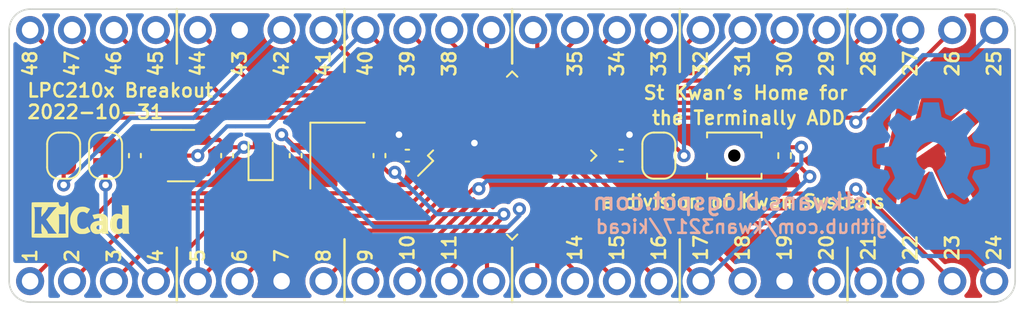
<source format=kicad_pcb>
(kicad_pcb (version 20211014) (generator pcbnew)

  (general
    (thickness 1.6)
  )

  (paper "A4")
  (layers
    (0 "F.Cu" signal)
    (31 "B.Cu" signal)
    (32 "B.Adhes" user "B.Adhesive")
    (33 "F.Adhes" user "F.Adhesive")
    (34 "B.Paste" user)
    (35 "F.Paste" user)
    (36 "B.SilkS" user "B.Silkscreen")
    (37 "F.SilkS" user "F.Silkscreen")
    (38 "B.Mask" user)
    (39 "F.Mask" user)
    (40 "Dwgs.User" user "User.Drawings")
    (41 "Cmts.User" user "User.Comments")
    (42 "Eco1.User" user "User.Eco1")
    (43 "Eco2.User" user "User.Eco2")
    (44 "Edge.Cuts" user)
    (45 "Margin" user)
    (46 "B.CrtYd" user "B.Courtyard")
    (47 "F.CrtYd" user "F.Courtyard")
    (48 "B.Fab" user)
    (49 "F.Fab" user)
    (50 "User.1" user)
    (51 "User.2" user)
    (52 "User.3" user)
    (53 "User.4" user)
    (54 "User.5" user)
    (55 "User.6" user)
    (56 "User.7" user)
    (57 "User.8" user)
    (58 "User.9" user)
  )

  (setup
    (stackup
      (layer "F.SilkS" (type "Top Silk Screen") (color "White"))
      (layer "F.Paste" (type "Top Solder Paste"))
      (layer "F.Mask" (type "Top Solder Mask") (color "Purple") (thickness 0.01))
      (layer "F.Cu" (type "copper") (thickness 0.035))
      (layer "dielectric 1" (type "core") (thickness 1.51) (material "FR4") (epsilon_r 4.5) (loss_tangent 0.02))
      (layer "B.Cu" (type "copper") (thickness 0.035))
      (layer "B.Mask" (type "Bottom Solder Mask") (color "Purple") (thickness 0.01))
      (layer "B.Paste" (type "Bottom Solder Paste"))
      (layer "B.SilkS" (type "Bottom Silk Screen") (color "White"))
      (copper_finish "None")
      (dielectric_constraints no)
    )
    (pad_to_mask_clearance 0)
    (pcbplotparams
      (layerselection 0x00010fc_ffffffff)
      (disableapertmacros false)
      (usegerberextensions false)
      (usegerberattributes true)
      (usegerberadvancedattributes true)
      (creategerberjobfile true)
      (svguseinch false)
      (svgprecision 6)
      (excludeedgelayer true)
      (plotframeref false)
      (viasonmask false)
      (mode 1)
      (useauxorigin false)
      (hpglpennumber 1)
      (hpglpenspeed 20)
      (hpglpendiameter 15.000000)
      (dxfpolygonmode true)
      (dxfimperialunits true)
      (dxfusepcbnewfont true)
      (psnegative false)
      (psa4output false)
      (plotreference true)
      (plotvalue true)
      (plotinvisibletext false)
      (sketchpadsonfab false)
      (subtractmaskfromsilk false)
      (outputformat 1)
      (mirror false)
      (drillshape 1)
      (scaleselection 1)
      (outputdirectory "")
    )
  )

  (net 0 "")
  (net 1 "+1V8")
  (net 2 "GND")
  (net 3 "/P11")
  (net 4 "/P12")
  (net 5 "/P01")
  (net 6 "/P02")
  (net 7 "/P03")
  (net 8 "/P04")
  (net 9 "/P06")
  (net 10 "/P08")
  (net 11 "/P09")
  (net 12 "/P10")
  (net 13 "/P13")
  (net 14 "/P14")
  (net 15 "/P15")
  (net 16 "/P16")
  (net 17 "/P18")
  (net 18 "/P20")
  (net 19 "/P21")
  (net 20 "/P22")
  (net 21 "/P23")
  (net 22 "/P24")
  (net 23 "/P25")
  (net 24 "/P26")
  (net 25 "/P27")
  (net 26 "/P28")
  (net 27 "/P29")
  (net 28 "/P30")
  (net 29 "GNDA")
  (net 30 "/P32")
  (net 31 "/P33")
  (net 32 "/P34")
  (net 33 "/P35")
  (net 34 "/P36")
  (net 35 "/P37")
  (net 36 "/P38")
  (net 37 "/P39")
  (net 38 "/P41")
  (net 39 "/P42")
  (net 40 "/P44")
  (net 41 "/P45")
  (net 42 "/P46")
  (net 43 "/P47")
  (net 44 "/P48")
  (net 45 "unconnected-(U201-Pad4)")
  (net 46 "+3V3")

  (footprint "Package_TO_SOT_SMD:SOT-23-5" (layer "F.Cu") (at 115.824 106.68))

  (footprint "Jumper:SolderJumper-2_P1.3mm_Bridged_RoundedPad1.0x1.5mm" (layer "F.Cu") (at 144.78 106.68 90))

  (footprint "Jumper:SolderJumper-2_P1.3mm_Bridged_RoundedPad1.0x1.5mm" (layer "F.Cu") (at 108.712 106.68 -90))

  (footprint "Capacitor_SMD:C_0402_1005Metric" (layer "F.Cu") (at 118.618 106.68 -90))

  (footprint "Resistor_SMD:R_0402_1005Metric" (layer "F.Cu") (at 152.4 106.68 -90))

  (footprint "Capacitor_SMD:C_0402_1005Metric" (layer "F.Cu") (at 122.77 106.68 90))

  (footprint "Crystal:Crystal_SMD_Abracon_ABM8G-4Pin_3.2x2.5mm" (layer "F.Cu") (at 125.31 106.68 -90))

  (footprint "KwanSystems:SW_SPST_B3U-1000P-B" (layer "F.Cu") (at 149.352 106.68))

  (footprint "Capacitor_SMD:C_0402_1005Metric" (layer "F.Cu") (at 129.54 106.68 180))

  (footprint "Jumper:SolderJumper-2_P1.3mm_Bridged_RoundedPad1.0x1.5mm" (layer "F.Cu") (at 111.252 106.68 -90))

  (footprint "KwanSystems:StKwansSoldermask" (layer "F.Cu") (at 161.29 106.68))

  (footprint "Package_QFP:LQFP-48_7x7mm_P0.5mm" (layer "F.Cu") (at 135.89 106.68 45))

  (footprint "Capacitor_SMD:C_0402_1005Metric" (layer "F.Cu") (at 113.03 106.68 -90))

  (footprint "LED_SMD:LED_0603_1608Metric" (layer "F.Cu") (at 120.65 106.68 90))

  (footprint "Capacitor_SMD:C_0402_1005Metric" (layer "F.Cu") (at 142.494 106.68))

  (footprint "KwanSystems:Symbol_KiCAD-Logo_CopperAndSilkScreenTop_small" (layer "F.Cu") (at 109.728 110.49))

  (footprint "Capacitor_SMD:C_0402_1005Metric" (layer "F.Cu") (at 127.85 106.68 -90))

  (footprint "KwanSystems:OSHW-Symbol_6.7x6mm_SolderMask" (layer "B.Cu") (at 161.29 106.426 180))

  (footprint "Connector_PinHeader_2.54mm:PinHeader_1x24_P2.54mm_Vertical" (layer "B.Cu") (at 106.68 114.3 -90))

  (footprint "Connector_PinHeader_2.54mm:PinHeader_1x24_P2.54mm_Vertical" (layer "B.Cu") (at 165.1 99.06 90))

  (gr_line (start 125.73 97.79) (end 125.73 101.6) (layer "F.SilkS") (width 0.15) (tstamp 0aa49690-4a5c-435e-bd2e-a81300cd8e23))
  (gr_line (start 135.89 97.79) (end 135.89 101.092) (layer "F.SilkS") (width 0.15) (tstamp 0c71ab3f-1c7e-4580-abfe-adfa0f70168d))
  (gr_line (start 125.73 115.57) (end 125.73 111.76) (layer "F.SilkS") (width 0.15) (tstamp 248ccb71-7135-418a-acf9-8c190fef62e3))
  (gr_line (start 156.21 97.79) (end 156.21 101.092) (layer "F.SilkS") (width 0.15) (tstamp 31cd3edf-db8e-43e6-bd5f-fcd8fd54dbda))
  (gr_line (start 115.57 115.57) (end 115.57 112.268) (layer "F.SilkS") (width 0.15) (tstamp 345f31ce-d7f6-439e-a747-ddb12e2e4af8))
  (gr_line (start 146.05 115.57) (end 146.05 111.76) (layer "F.SilkS") (width 0.15) (tstamp 4a043b22-e2f7-410d-bf77-569201a7fa2f))
  (gr_line (start 115.57 97.79) (end 115.57 101.092) (layer "F.SilkS") (width 0.15) (tstamp 75ce78a3-d2f3-4ad2-a594-23fca4e05710))
  (gr_line (start 156.21 115.57) (end 156.21 112.268) (layer "F.SilkS") (width 0.15) (tstamp 7c639281-905a-44e1-a431-cb7291c1afaa))
  (gr_line (start 146.05 97.79) (end 146.05 101.6) (layer "F.SilkS") (width 0.15) (tstamp 82af2ae8-d452-40d8-a941-6edd6e945ed8))
  (gr_line (start 135.89 115.57) (end 135.89 112.268) (layer "F.SilkS") (width 0.15) (tstamp 9d974814-c747-4a02-89e2-3030a2e64076))
  (gr_arc (start 165.1 97.79) (mid 165.998026 98.161974) (end 166.37 99.06) (layer "Edge.Cuts") (width 0.1) (tstamp 10740f8c-75c1-42a3-a3d0-e77488b44d7c))
  (gr_arc (start 105.41 99.06) (mid 105.781974 98.161974) (end 106.68 97.79) (layer "Edge.Cuts") (width 0.1) (tstamp 235bd1de-6da4-4074-9873-eb3a84468c79))
  (gr_line (start 166.37 99.06) (end 166.37 114.3) (layer "Edge.Cuts") (width 0.1) (tstamp 519ee8b8-46ec-4a28-bd98-8ba99b222785))
  (gr_arc (start 166.37 114.3) (mid 165.998026 115.198026) (end 165.1 115.57) (layer "Edge.Cuts") (width 0.1) (tstamp 67ecef5c-d477-41ed-9a41-8459aa9d72bb))
  (gr_arc (start 106.68 115.57) (mid 105.781974 115.198026) (end 105.41 114.3) (layer "Edge.Cuts") (width 0.1) (tstamp 680bbe4f-c717-4e82-9f92-9da5196d4c28))
  (gr_line (start 165.1 115.57) (end 106.68 115.57) (layer "Edge.Cuts") (width 0.1) (tstamp 94f10a1d-a813-411c-a3f0-1b1616779bea))
  (gr_line (start 105.41 114.3) (end 105.41 99.06) (layer "Edge.Cuts") (width 0.1) (tstamp d238924f-9f90-42a5-b074-7dd0ab0600d6))
  (gr_line (start 106.68 97.79) (end 165.1 97.79) (layer "Edge.Cuts") (width 0.1) (tstamp f29b9b13-86e2-4565-b50f-35ffc61a337b))
  (gr_text "23" (at 162.56 112.268 90) (layer "F.SilkS") (tstamp 038d0d3d-2b04-4038-8590-df60043da60d)
    (effects (font (size 0.8128 0.8128) (thickness 0.1524)))
  )
  (gr_text "10" (at 129.54 112.268 90) (layer "F.SilkS") (tstamp 047dfdbb-8c3d-4dd3-8ca5-ac3cee026e05)
    (effects (font (size 0.8128 0.8128) (thickness 0.1524)))
  )
  (gr_text "47" (at 109.22 101.092 90) (layer "F.SilkS") (tstamp 07e0d8e3-806e-4986-95ff-fd3e17ec11f2)
    (effects (font (size 0.8128 0.8128) (thickness 0.1524)))
  )
  (gr_text "28" (at 157.48 101.092 90) (layer "F.SilkS") (tstamp 083e81da-7331-4e8c-a9da-ba0deb1aa30e)
    (effects (font (size 0.8128 0.8128) (thickness 0.1524)))
  )
  (gr_text "27" (at 160.02 101.092 90) (layer "F.SilkS") (tstamp 1a9460b5-b464-4b54-ab7e-f48f1b7095bc)
    (effects (font (size 0.8128 0.8128) (thickness 0.1524)))
  )
  (gr_text "26" (at 162.56 101.092 90) (layer "F.SilkS") (tstamp 1a95694f-ce34-4d44-bb68-03d5e67400a1)
    (effects (font (size 0.8128 0.8128) (thickness 0.1524)))
  )
  (gr_text "18" (at 149.86 112.268 90) (layer "F.SilkS") (tstamp 1df45ba8-1855-4d48-ae47-c1c48f096266)
    (effects (font (size 0.8128 0.8128) (thickness 0.1524)))
  )
  (gr_text "16" (at 144.78 112.268 90) (layer "F.SilkS") (tstamp 21524125-5b3f-4242-95f5-f9cfa0a61b4a)
    (effects (font (size 0.8128 0.8128) (thickness 0.1524)))
  )
  (gr_text "22" (at 160.02 112.268 90) (layer "F.SilkS") (tstamp 2bd0e119-80a8-4734-8bcc-d6a7edcd2a42)
    (effects (font (size 0.8128 0.8128) (thickness 0.1524)))
  )
  (gr_text "3" (at 111.76 112.268 90) (layer "F.SilkS") (tstamp 2d9398e3-d669-418a-acdc-c33a050f67a9)
    (effects (font (size 0.8128 0.8128) (thickness 0.1524)) (justify right))
  )
  (gr_text "LPC210x Breakout\n2022-10-31" (at 106.426 103.378) (layer "F.SilkS") (tstamp 300f4694-11f1-42e1-a6ee-4e22a4189bf7)
    (effects (font (size 0.8128 0.8128) (thickness 0.1524)) (justify left))
  )
  (gr_text "15" (at 142.24 112.268 90) (layer "F.SilkS") (tstamp 3ef9dc25-ad7b-4e8a-a261-7412e9ca3567)
    (effects (font (size 0.8128 0.8128) (thickness 0.1524)))
  )
  (gr_text "32" (at 147.32 101.092 90) (layer "F.SilkS") (tstamp 409af14a-bef8-4907-ad9f-238c827ebba0)
    (effects (font (size 0.8128 0.8128) (thickness 0.1524)))
  )
  (gr_text "43" (at 119.38 101.092 90) (layer "F.SilkS") (tstamp 41b8a5a8-c21a-4b32-9c3b-4408b5a54e47)
    (effects (font (size 0.8128 0.8128) (thickness 0.1524)))
  )
  (gr_text "20" (at 154.94 112.268 90) (layer "F.SilkS") (tstamp 437f0b86-3dea-453d-90e3-598cbc6634d8)
    (effects (font (size 0.8128 0.8128) (thickness 0.1524)))
  )
  (gr_text "34" (at 142.24 101.092 90) (layer "F.SilkS") (tstamp 4499b4e7-2a85-4683-908a-690011535d2b)
    (effects (font (size 0.8128 0.8128) (thickness 0.1524)))
  )
  (gr_text "38" (at 132.08 101.092 90) (layer "F.SilkS") (tstamp 464555bc-731d-461e-9837-603aecf5d42f)
    (effects (font (size 0.8128 0.8128) (thickness 0.1524)))
  )
  (gr_text "1" (at 106.68 112.268 90) (layer "F.SilkS") (tstamp 46e5d4d6-1782-4042-91c2-dca00af53d21)
    (effects (font (size 0.8128 0.8128) (thickness 0.1524)) (justify right))
  )
  (gr_text "29" (at 154.94 101.092 90) (layer "F.SilkS") (tstamp 4a541f4e-a979-43f0-8d8d-49cbf6941711)
    (effects (font (size 0.8128 0.8128) (thickness 0.1524)))
  )
  (gr_text "35" (at 139.7 101.092 90) (layer "F.SilkS") (tstamp 4ef5a4d0-ad53-48d2-af28-76ce5978079a)
    (effects (font (size 0.8128 0.8128) (thickness 0.1524)))
  )
  (gr_text "6" (at 119.38 112.268 90) (layer "F.SilkS") (tstamp 5ae46692-9f5e-43fd-bb80-6250b5c6d072)
    (effects (font (size 0.8128 0.8128) (thickness 0.1524)) (justify right))
  )
  (gr_text "9" (at 127 112.268 90) (layer "F.SilkS") (tstamp 5d8741a8-4e36-4465-8281-fb51624d33c3)
    (effects (font (size 0.8128 0.8128) (thickness 0.1524)) (justify right))
  )
  (gr_text "19" (at 152.4 112.268 90) (layer "F.SilkS") (tstamp 5fdf575a-45bb-4236-aef1-70e2cd277a0f)
    (effects (font (size 0.8128 0.8128) (thickness 0.1524)))
  )
  (gr_text "21" (at 157.48 112.268 90) (layer "F.SilkS") (tstamp 624438b0-d35b-4709-9e2c-d2a89642c5ac)
    (effects (font (size 0.8128 0.8128) (thickness 0.1524)))
  )
  (gr_text "42" (at 121.92 101.092 90) (layer "F.SilkS") (tstamp 66c999b5-85b6-4e5d-ac24-d3403ca81dce)
    (effects (font (size 0.8128 0.8128) (thickness 0.1524)))
  )
  (gr_text "39" (at 129.54 101.092 90) (layer "F.SilkS") (tstamp 78bcf7b8-9922-4676-b8c6-7542d7c3e948)
    (effects (font (size 0.8128 0.8128) (thickness 0.1524)))
  )
  (gr_text "44" (at 116.84 101.092 90) (layer "F.SilkS") (tstamp 7d56da4d-1991-4005-a8dd-d490ac6cb8b1)
    (effects (font (size 0.8128 0.8128) (thickness 0.1524)))
  )
  (gr_text "7" (at 121.92 112.268 90) (layer "F.SilkS") (tstamp 7f37bf2e-70d7-455e-a594-36656e92673d)
    (effects (font (size 0.8128 0.8128) (thickness 0.1524)) (justify right))
  )
  (gr_text "46" (at 111.76 101.092 90) (layer "F.SilkS") (tstamp 83e27dc7-e4d0-4921-b51a-2325f806d15c)
    (effects (font (size 0.8128 0.8128) (thickness 0.1524)))
  )
  (gr_text "48" (at 106.68 101.092 90) (layer "F.SilkS") (tstamp 84793972-b3d4-4444-a148-1d0d15f25294)
    (effects (font (size 0.8128 0.8128) (thickness 0.1524)))
  )
  (gr_text "4" (at 114.3 112.268 90) (layer "F.SilkS") (tstamp 88e70846-91b0-45b5-aba4-c58feff14bdb)
    (effects (font (size 0.8128 0.8128) (thickness 0.1524)) (justify right))
  )
  (gr_text "30" (at 152.4 101.092 90) (layer "F.SilkS") (tstamp 8f37eaac-56c1-43e0-97e9-77ff22e5ee23)
    (effects (font (size 0.8128 0.8128) (thickness 0.1524)))
  )
  (gr_text "25" (at 165.1 101.092 90) (layer "F.SilkS") (tstamp 92fff3b6-f2b3-49dd-a67b-aacee814a5d7)
    (effects (font (size 0.8128 0.8128) (thickness 0.1524)))
  )
  (gr_text "11" (at 132.08 112.268 90) (layer "F.SilkS") (tstamp 96460cb9-06ca-4a43-9f6e-ef9596921bb4)
    (effects (font (size 0.8128 0.8128) (thickness 0.1524)))
  )
  (gr_text "33" (at 144.78 101.092 90) (layer "F.SilkS") (tstamp 97db6a50-13e3-413d-9acf-2fc221f1dbcb)
    (effects (font (size 0.8128 0.8128) (thickness 0.1524)))
  )
  (gr_text "2" (at 109.22 112.268 90) (layer "F.SilkS") (tstamp b8179356-41b3-4bbb-af90-c054b85dff9a)
    (effects (font (size 0.8128 0.8128) (thickness 0.1524)) (justify right))
  )
  (gr_text "5" (at 116.84 112.268 90) (layer "F.SilkS") (tstamp ba3d6571-d9e6-4c3b-8e7a-72b492f23276)
    (effects (font (size 0.8128 0.8128) (thickness 0.1524)) (justify right))
  )
  (gr_text "24" (at 165.1 112.268 90) (layer "F.SilkS") (tstamp be1f6c01-ca0b-44a5-90e8-95f401f6012f)
    (effects (font (size 0.8128 0.8128) (thickness 0.1524)))
  )
  (gr_text "14" (at 139.7 112.268 90) (layer "F.SilkS") (tstamp be350852-ccd1-4c39-88de-3b22f738e16a)
    (effects (font (size 0.8128 0.8128) (thickness 0.1524)))
  )
  (gr_text "31" (at 149.86 101.092 90) (layer "F.SilkS") (tstamp d069a250-393a-4ea6-b08b-0b02a7d41fa3)
    (effects (font (size 0.8128 0.8128) (thickness 0.1524)))
  )
  (gr_text "8" (at 124.46 112.268 90) (layer "F.SilkS") (tstamp dcad84f9-c112-4c6f-b2ea-334dd07970b9)
    (effects (font (size 0.8128 0.8128) (thickness 0.1524)) (justify right))
  )
  (gr_text "41" (at 124.46 101.092 90) (layer "F.SilkS") (tstamp ef321f58-130e-4d22-bcc8-7f51c3adf55d)
    (effects (font (size 0.8128 0.8128) (thickness 0.1524)))
  )
  (gr_text "45" (at 114.3 101.092 90) (layer "F.SilkS") (tstamp f0990d56-5002-4a0d-ba05-71151d1ffe5b)
    (effects (font (size 0.8128 0.8128) (thickness 0.1524)))
  )
  (gr_text "40" (at 127 101.092 90) (layer "F.SilkS") (tstamp f2ccf428-722b-4b6e-928d-aac094676f5d)
    (effects (font (size 0.8128 0.8128) (thickness 0.1524)))
  )
  (gr_text "17" (at 147.32 112.268 90) (layer "F.SilkS") (tstamp f683e4cd-fa42-4581-8086-49e79f34158e)
    (effects (font (size 0.8128 0.8128) (thickness 0.1524)))
  )

  (segment (start 116.9615 105.73) (end 118.148 105.73) (width 0.25) (layer "F.Cu") (net 1) (tstamp 0614ff92-6e4c-4e5b-9245-26784b87f82d))
  (segment (start 132.416338 109.093002) (end 130.72694 110.7824) (width 0.25) (layer "F.Cu") (net 1) (tstamp 0cfe970b-9578-41a7-a73e-328680d68aea))
  (segment (start 118.646 106.172) (end 118.618 106.2) (width 0.25) (layer "F.Cu") (net 1) (tstamp 2a9cd855-962a-4a5f-87c7-fe9990ffdffe))
  (segment (start 130.72694 110.7824) (end 120.3576 110.7824) (width 0.25) (layer "F.Cu") (net 1) (tstamp 65c20070-3b85-4fec-a7b9-9bf514c08121))
  (segment (start 132.983795 108.525545) (end 132.983795 108.091795) (width 0.25) (layer "F.Cu") (net 1) (tstamp 667c0577-6af7-47ba-8e6d-f1da6f9825df))
  (segment (start 132.983795 108.091795) (end 131.572 106.68) (width 0.25) (layer "F.Cu") (net 1) (tstamp 9b6c2cec-a0ae-45f2-9100-915244cd8aad))
  (segment (start 119.634 106.172) (end 118.646 106.172) (width 0.25) (layer "F.Cu") (net 1) (tstamp b8636053-04fc-4b84-b9e8-bef7cd09e06f))
  (segment (start 119.634 106.172) (end 120.3705 106.172) (width 0.25) (layer "F.Cu") (net 1) (tstamp d9c0f4c5-29c0-4b4d-88ea-2d4d84fbe0d5))
  (segment (start 120.3576 110.7824) (end 116.84 114.3) (width 0.25) (layer "F.Cu") (net 1) (tstamp dafc59ad-0d94-420c-a77b-677eb6ae09a2))
  (segment (start 120.3705 106.172) (end 120.65 105.8925) (width 0.25) (layer "F.Cu") (net 1) (tstamp e24a10b4-9782-4435-b1d6-1c729ae23341))
  (segment (start 118.148 105.73) (end 118.618 106.2) (width 0.25) (layer "F.Cu") (net 1) (tstamp e2ef45df-3a23-4ee6-9926-fe32d1170cdf))
  (segment (start 131.572 106.68) (end 130.02 106.68) (width 0.25) (layer "F.Cu") (net 1) (tstamp f1f62bee-52a0-4106-ae2c-4947a2e886ea))
  (segment (start 132.416338 109.093002) (end 132.983795 108.525545) (width 0.25) (layer "F.Cu") (net 1) (tstamp faf0deee-fe7e-45c8-8559-1ce9bb9ca40c))
  (via (at 119.634 106.172) (size 0.8) (drill 0.4) (layers "F.Cu" "B.Cu") (net 1) (tstamp 58edae07-67cc-401c-ad34-5c240bc47edc))
  (segment (start 116.84 108.966) (end 119.634 106.172) (width 0.25) (layer "B.Cu") (net 1) (tstamp 4829e123-18e1-444d-bf8a-037e21de5234))
  (segment (start 116.84 114.3) (end 116.84 108.966) (width 0.25) (layer "B.Cu") (net 1) (tstamp 702351dc-b35c-4201-a587-8abc136634f3))
  (segment (start 139.010109 109.446555) (end 140.795474 111.23192) (width 0.25) (layer "F.Cu") (net 2) (tstamp 08226cc2-9649-4017-922e-e52f499504b6))
  (segment (start 130.984526 102.12808) (end 122.44808 102.12808) (width 0.25) (layer "F.Cu") (net 2) (tstamp 0b041f6d-d485-45ff-9e24-7bc9df94f9b9))
  (segment (start 124.53856 111.68144) (end 121.92 114.3) (width 0.25) (layer "F.Cu") (net 2) (tstamp 29e416cf-4631-4d6b-9671-40fd82ea04c6))
  (segment (start 122.44808 102.12808) (end 119.38 99.06) (width 0.25) (layer "F.Cu") (net 2) (tstamp 2dd28309-90df-4720-8f73-9f115d3773b6))
  (segment (start 149.33192 111.23192) (end 152.4 114.3) (width 0.25) (layer "F.Cu") (net 2) (tstamp 516add80-cbeb-416d-9097-eac10f50f2c4))
  (segment (start 140.795474 111.23192) (end 149.33192 111.23192) (width 0.25) (layer "F.Cu") (net 2) (tstamp 5d06a177-ce8c-4394-9ce3-e01c7d2bef8f))
  (segment (start 132.769891 103.913445) (end 130.984526 102.12808) (width 0.25) (layer "F.Cu") (net 2) (tstamp 669c272e-0c77-4622-a424-20943b41abc7))
  (segment (start 133.123445 109.800109) (end 131.242114 111.68144) (width 0.25) (layer "F.Cu") (net 2) (tstamp 8696f39e-b815-488b-9711-d1312caef840))
  (segment (start 129.06 105.438) (end 129.032 105.41) (width 0.25) (layer "F.Cu") (net 2) (tstamp 9e663e4a-4f4c-47dd-8258-82c7fc38549f))
  (segment (start 131.242114 111.68144) (end 124.53856 111.68144) (width 0.25) (layer "F.Cu") (net 2) (tstamp c13819dd-8982-412f-b92b-bc43fe7e8eb7))
  (via (at 129.032 105.41) (size 0.8) (drill 0.4) (layers "F.Cu" "B.Cu") (net 2) (tstamp c77ff0c0-8b3e-4b8f-90d2-4655f02abbd5))
  (via (at 143.002 105.41) (size 0.8) (drill 0.4) (layers "F.Cu" "B.Cu") (net 2) (tstamp cf5f4d10-66d5-4ffb-9714-0a34f4394ebc))
  (via (at 133.604 105.918) (size 0.8) (drill 0.4) (layers "F.Cu" "B.Cu") (net 2) (tstamp d5565c96-1cec-4f2d-9eb8-6c648c549640))
  (segment (start 127.85 107.16) (end 126.78 107.16) (width 0.25) (layer "F.Cu") (net 3) (tstamp 027ddc52-1f8b-4e58-862f-aab05c08fe24))
  (segment (start 132.08 114.3) (end 132.08 113.665) (width 0.25) (layer "F.Cu") (net 3) (tstamp 0b36f0ad-2f2f-4f14-a016-9ff8d9695183))
  (segment (start 132.08 113.665) (end 134.530678 111.214322) (width 0.25) (layer "F.Cu") (net 3) (tstamp 48a6da7e-9214-438f-b562-3df14a9a3c45))
  (segment (start 135.382 110.36998) (end 135.382 110.236) (width 0.25) (layer "F.Cu") (net 3) (tstamp 4d33b785-1fd2-458e-a8ee-31041d8e62a3))
  (segment (start 134.537658 111.214322) (end 135.382 110.36998) (width 0.25) (layer "F.Cu") (net 3) (tstamp 77646b7e-9740-4054-b8d4-7cbe41f92029))
  (segment (start 126.78 107.16) (end 126.16 107.78) (width 0.25) (layer "F.Cu") (net 3) (tstamp 9340a01e-80ab-481b-8a67-4e6acd503272))
  (segment (start 134.530678 111.214322) (end 134.537658 111.214322) (width 0.25) (layer "F.Cu") (net 3) (tstamp c916892e-540b-4356-be99-6892028e8fea))
  (segment (start 128.778 107.696) (end 128.386 107.696) (width 0.25) (layer "F.Cu") (net 3) (tstamp d7f7bcc6-b0dd-46e4-a58a-634ae1f6d9ee))
  (segment (start 128.386 107.696) (end 127.85 107.16) (width 0.25) (layer "F.Cu") (net 3) (tstamp d92ce3e5-264d-48ae-9174-fcba6f7437b0))
  (via (at 128.778 107.696) (size 0.8) (drill 0.4) (layers "F.Cu" "B.Cu") (net 3) (tstamp a25ef3a0-d314-4317-a43d-d51b929f83b8))
  (via (at 135.382 110.236) (size 0.8) (drill 0.4) (layers "F.Cu" "B.Cu") (net 3) (tstamp beb2775e-8ec3-4efa-8bbf-ddb2807dbb27))
  (segment (start 131.318 110.236) (end 128.778 107.696) (width 0.25) (layer "B.Cu") (net 3) (tstamp 700bf9ad-7000-4cc8-a5eb-adf914be41a6))
  (segment (start 135.382 110.236) (end 131.318 110.236) (width 0.25) (layer "B.Cu") (net 3) (tstamp e80fae41-324a-4319-8bb3-eccce62d906c))
  (segment (start 122.77 106.2) (end 123.84 106.2) (width 0.25) (layer "F.Cu") (net 4) (tstamp 0366e7a2-fe62-4dfc-af95-c88a9838198e))
  (segment (start 134.366 112.093088) (end 134.366 114.046) (width 0.25) (layer "F.Cu") (net 4) (tstamp 4318d450-b809-47c2-8c2e-da26f73ac70a))
  (segment (start 121.98 105.41) (end 122.77 106.2) (width 0.25) (layer "F.Cu") (net 4) (tstamp 7212608b-c7d9-49eb-8c6d-431b8ba4ca8d))
  (segment (start 134.366 114.046) (end 134.62 114.3) (width 0.25) (layer "F.Cu") (net 4) (tstamp 79d676f6-6ad8-4a31-b416-12aa4743337d))
  (segment (start 135.074738 111.567876) (end 136.330211 110.312403) (width 0.25) (layer "F.Cu") (net 4) (tstamp 80920987-6c40-4061-9277-044e062c06e3))
  (segment (start 134.891212 111.567876) (end 134.366 112.093088) (width 0.25) (layer "F.Cu") (net 4) (tstamp 960beb4d-221d-4314-b1d7-266dff8567fb))
  (segment (start 123.84 106.2) (end 124.46 105.58) (width 0.25) (layer "F.Cu") (net 4) (tstamp c60a3305-3cbe-4d4c-b38f-b24a8620eff4))
  (segment (start 121.92 105.41) (end 121.98 105.41) (width 0.25) (layer "F.Cu") (net 4) (tstamp ce88f556-d2f4-44e3-b061-08b420e8ce77))
  (segment (start 136.330211 110.312403) (end 136.330211 109.91993) (width 0.25) (layer "F.Cu") (net 4) (tstamp d91e9e99-7700-47d6-bd7d-7c0bdc7dd061))
  (segment (start 134.891212 111.567876) (end 135.074738 111.567876) (width 0.25) (layer "F.Cu") (net 4) (tstamp e2b4bba2-28e5-482a-b243-38075559d67d))
  (via (at 121.92 105.41) (size 0.8) (drill 0.4) (layers "F.Cu" "B.Cu") (net 4) (tstamp 3c4a4131-4105-4846-8df9-7d2afc8c685f))
  (via (at 136.330211 109.91993) (size 0.8) (drill 0.4) (layers "F.Cu" "B.Cu") (net 4) (tstamp c34fa204-7bc5-4fa2-bf2c-cc4babb3b96b))
  (segment (start 136.330211 109.91993) (end 136.330211 110.312403) (width 0.25) (layer "B.Cu") (net 4) (tstamp 35617729-def9-438a-b657-42e8af9b6ce4))
  (segment (start 136.330211 110.312403) (end 135.644614 110.998) (width 0.25) (layer "B.Cu") (net 4) (tstamp 857bbea0-4099-4329-aebe-52fb4d581705))
  (segment (start 127.508 110.998) (end 121.92 105.41) (width 0.25) (layer "B.Cu") (net 4) (tstamp b8e1254b-52b3-438e-92b1-e90ddce5bbe0))
  (segment (start 135.644614 110.998) (end 127.508 110.998) (width 0.25) (layer "B.Cu") (net 4) (tstamp e8ee9bba-a3d2-4dc8-b881-cfb2ae604584))
  (segment (start 112.014 108.966) (end 129.678272 108.966) (width 0.25) (layer "F.Cu") (net 5) (tstamp 3320ae0e-d46c-486e-a936-e785b47c267f))
  (segment (start 129.678272 108.966) (end 129.696592 108.98432) (width 0.25) (layer "F.Cu") (net 5) (tstamp 9b9442db-e460-4f0c-97a1-28209ce97417))
  (segment (start 129.696592 108.98432) (end 131.002124 107.678788) (width 0.25) (layer "F.Cu") (net 5) (tstamp c72dd429-db83-433a-a970-3392446eb1ae))
  (segment (start 106.68 114.3) (end 112.014 108.966) (width 0.25) (layer "F.Cu") (net 5) (tstamp cb0a650d-d92e-453c-a862-eaffb6ea9d67))
  (segment (start 131.355678 108.032342) (end 129.95418 109.43384) (width 0.25) (layer "F.Cu") (net 6) (tstamp 3be89946-2075-4bc6-8d69-16a3b2ae8ee7))
  (segment (start 129.95418 109.43384) (end 114.08616 109.43384) (width 0.25) (layer "F.Cu") (net 6) (tstamp 51ba1310-7857-49f4-8486-1f56bbf21660))
  (segment (start 114.08616 109.43384) (end 109.22 114.3) (width 0.25) (layer "F.Cu") (net 6) (tstamp 906586b1-275e-440f-a3eb-cf21d25ae4e9))
  (segment (start 130.211766 109.88336) (end 116.17664 109.88336) (width 0.25) (layer "F.Cu") (net 7) (tstamp 4ec66b78-123c-4da1-b8b3-af59b874e641))
  (segment (start 131.709231 108.385895) (end 130.211766 109.88336) (width 0.25) (layer "F.Cu") (net 7) (tstamp 505f9ec1-9f10-4826-beca-72fe74f65969))
  (segment (start 116.17664 109.88336) (end 111.76 114.3) (width 0.25) (layer "F.Cu") (net 7) (tstamp 71d4c722-a14c-4ab2-95f7-8f0ee51b64a8))
  (segment (start 130.505388 110.33288) (end 118.26712 110.33288) (width 0.25) (layer "F.Cu") (net 8) (tstamp 5e2cf2ae-687d-4c4b-b03e-3b55047b1045))
  (segment (start 132.062785 108.739449) (end 132.062785 108.775483) (width 0.25) (layer "F.Cu") (net 8) (tstamp 6f416314-4444-427b-85fe-740033b02d1e))
  (segment (start 118.26712 110.33288) (end 114.3 114.3) (width 0.25) (layer "F.Cu") (net 8) (tstamp 9fea2431-7417-4c59-99ae-34b40d1f6d33))
  (segment (start 132.062785 108.775483) (end 130.505388 110.33288) (width 0.25) (layer "F.Cu") (net 8) (tstamp d0e04d42-346f-47b7-91af-c98645c56239))
  (segment (start 111.252 108.458) (end 111.252 107.33) (width 0.25) (layer "F.Cu") (net 8) (tstamp fbe93fd9-25ec-413a-b669-841b89d45392))
  (via (at 111.252 108.458) (size 0.8) (drill 0.4) (layers "F.Cu" "B.Cu") (net 8) (tstamp 36a9de1c-306f-45aa-aa98-78e7707ab60a))
  (segment (start 111.252 111.252) (end 111.252 108.458) (width 0.25) (layer "B.Cu") (net 8) (tstamp 327b140c-ab73-465c-b4be-e40b2e2d18e0))
  (segment (start 114.3 114.3) (end 111.252 111.252) (width 0.25) (layer "B.Cu") (net 8) (tstamp 645c0f86-a756-4cdb-ab0c-91aee75a36f7))
  (segment (start 152.4 106.13) (end 151.602 106.13) (width 0.25) (layer "F.Cu") (net 9) (tstamp 24d2a8f4-83f5-480f-8025-157150dffac1))
  (segment (start 122.44808 111.23192) (end 119.38 114.3) (width 0.25) (layer "F.Cu") (net 9) (tstamp 3345b060-d115-421c-8b78-5be83070a887))
  (segment (start 132.769891 109.446555) (end 133.525526 108.69092) (width 0.25) (layer "F.Cu") (net 9) (tstamp 5acc0a5e-94f4-474c-83fd-6ba1b3d27db1))
  (segment (start 133.525526 108.69092) (end 133.869872 108.69092) (width 0.25) (layer "F.Cu") (net 9) (tstamp 6e5fb214-2f1b-4fa4-818b-e6dd640b0eb2))
  (segment (start 130.984526 111.23192) (end 122.44808 111.23192) (width 0.25) (layer "F.Cu") (net 9) (tstamp 76976abc-467a-41c7-8e35-85e606df5874))
  (segment (start 152.442 106.172) (end 152.4 106.13) (width 0.25) (layer "F.Cu") (net 9) (tstamp 95e40e0a-6052-43fb-ac68-12851802316e))
  (segment (start 151.602 106.13) (end 151.052 106.68) (width 0.25) (layer "F.Cu") (net 9) (tstamp b7e9213c-82fc-4d5b-a860-47605dc34c3e))
  (segment (start 132.769891 109.446555) (end 130.984526 111.23192) (width 0.25) (layer "F.Cu") (net 9) (tstamp c982e2f0-cda0-42ff-9b15-d35c0a56d648))
  (segment (start 153.416 106.172) (end 152.442 106.172) (width 0.25) (layer "F.Cu") (net 9) (tstamp ca5f0bb3-e7ea-4a81-8e81-affc2e265429))
  (via (at 153.416 106.172) (size 0.8) (drill 0.4) (layers "F.Cu" "B.Cu") (net 9) (tstamp 152d8f05-3501-44be-95d5-8ff0cab6289d))
  (via (at 133.869872 108.69092) (size 0.8) (drill 0.4) (layers "F.Cu" "B.Cu") (net 9) (tstamp 89619841-ffbd-49de-b4ef-eb92b279bb42))
  (segment (start 153.416 107.188) (end 153.416 106.172) (width 0.25) (layer "B.Cu") (net 9) (tstamp 075e7ccb-a69d-43d9-b90a-007d46f2a92e))
  (segment (start 133.869872 108.69092) (end 134.356792 108.204) (width 0.25) (layer "B.Cu") (net 9) (tstamp 3c7a2a13-620b-403f-8c3f-f5338ee603ee))
  (segment (start 134.356792 108.204) (end 152.4 108.204) (width 0.25) (layer "B.Cu") (net 9) (tstamp 86c235b2-ea90-4c97-ba82-74f4de12deb5))
  (segment (start 152.4 108.204) (end 153.416 107.188) (width 0.25) (layer "B.Cu") (net 9) (tstamp d6cb4775-a15a-4237-8894-e8bc9e6e30bc))
  (segment (start 126.62904 112.13096) (end 124.46 114.3) (width 0.25) (layer "F.Cu") (net 10) (tstamp 01a767d3-020b-423b-90c8-7631b9a8cd0b))
  (segment (start 133.476998 110.153662) (end 131.4997 112.13096) (width 0.25) (layer "F.Cu") (net 10) (tstamp 3eef1b91-0a9f-48da-9a13-3af847dda12e))
  (segment (start 131.4997 112.13096) (end 126.62904 112.13096) (width 0.25) (layer "F.Cu") (net 10) (tstamp 4c6aecf5-08a1-4ace-abd0-d04db42c306b))
  (segment (start 131.757286 112.58048) (end 128.71952 112.58048) (width 0.25) (layer "F.Cu") (net 11) (tstamp 163b7003-1f78-4589-b10c-c903883ac5ab))
  (segment (start 128.71952 112.58048) (end 127 114.3) (width 0.25) (layer "F.Cu") (net 11) (tstamp 4efcf530-c261-48d4-8fe6-b9d0e5c57b98))
  (segment (start 133.830551 110.507215) (end 131.757286 112.58048) (width 0.25) (layer "F.Cu") (net 11) (tstamp 55d05104-4011-4320-bac8-c913808840fc))
  (segment (start 132.014874 113.03) (end 131.191 113.03) (width 0.25) (layer "F.Cu") (net 12) (tstamp 04734a6c-4d29-45e0-9cd8-ffccb36186b3))
  (segment (start 134.184105 110.860769) (end 132.014874 113.03) (width 0.25) (layer "F.Cu") (net 12) (tstamp 2553078d-e1d2-4248-b967-faa3144b2418))
  (segment (start 130.81 113.03) (end 131.191 113.03) (width 0.25) (layer "F.Cu") (net 12) (tstamp 8f711af0-da3c-4688-a880-e14f050a6fbe))
  (segment (start 129.54 114.3) (end 130.81 113.03) (width 0.25) (layer "F.Cu") (net 12) (tstamp 9489c180-9095-4e9b-9ce3-39ab9e092852))
  (segment (start 137.414 112.093088) (end 137.414 114.046) (width 0.25) (layer "F.Cu") (net 13) (tstamp 07a27e54-441c-4ee4-9692-01fb586fd7db))
  (segment (start 137.414 114.046) (end 137.16 114.3) (width 0.25) (layer "F.Cu") (net 13) (tstamp 6493f9ca-6ce8-43f2-899c-b919be339a4b))
  (segment (start 136.888788 111.567876) (end 137.414 112.093088) (width 0.25) (layer "F.Cu") (net 13) (tstamp cf823135-bbb6-47b7-ab44-550ed7f938d1))
  (segment (start 139.7 114.3) (end 139.7 113.67198) (width 0.25) (layer "F.Cu") (net 14) (tstamp 87b90aec-fa2b-47c5-a307-3c0864acc283))
  (segment (start 139.7 113.67198) (end 137.242342 111.214322) (width 0.25) (layer "F.Cu") (net 14) (tstamp ca198dbf-2871-4cc1-ba64-eb5f2d601657))
  (segment (start 140.97 113.03) (end 139.765126 113.03) (width 0.25) (layer "F.Cu") (net 15) (tstamp 252ad813-4781-4dcf-8f34-998d9592481f))
  (segment (start 142.24 114.3) (end 140.97 113.03) (width 0.25) (layer "F.Cu") (net 15) (tstamp aac2f47c-c33f-4128-abbc-7b16339a7d62))
  (segment (start 139.765126 113.03) (end 137.595895 110.860769) (width 0.25) (layer "F.Cu") (net 15) (tstamp ddf856eb-7aef-44e9-bb49-1ff4d1a49629))
  (segment (start 137.949449 110.507215) (end 140.022714 112.58048) (width 0.25) (layer "F.Cu") (net 16) (tstamp 3890b59c-9124-47a1-96ea-273ad4297216))
  (segment (start 144.78 114.3) (end 143.06048 112.58048) (width 0.25) (layer "F.Cu") (net 16) (tstamp 55a168f6-6fcf-4715-ad49-efcbc906c5c1))
  (segment (start 143.06048 112.58048) (end 140.40352 112.58048) (width 0.25) (layer "F.Cu") (net 16) (tstamp db153180-2825-499a-bea3-cca811e34e0c))
  (segment (start 140.022714 112.58048) (end 140.40352 112.58048) (width 0.25) (layer "F.Cu") (net 16) (tstamp f9d2a815-0eab-4a49-8687-7221e2d929b0))
  (segment (start 140.537886 111.68144) (end 147.24144 111.68144) (width 0.25) (layer "F.Cu") (net 17) (tstamp 595c61da-1f71-4649-afbf-ccea13f87d99))
  (segment (start 138.656555 109.800109) (end 140.537886 111.68144) (width 0.25) (layer "F.Cu") (net 17) (tstamp 6abd2eda-e46e-4bf5-8b98-969346ee60c6))
  (segment (start 147.24144 111.68144) (end 149.86 114.3) (width 0.25) (layer "F.Cu") (net 17) (tstamp a656e1f0-628b-47d8-888c-b9006eb4ada1))
  (segment (start 141.05306 110.7824) (end 151.4224 110.7824) (width 0.25) (layer "F.Cu") (net 18) (tstamp 002283f4-0704-4937-909b-0f9fd7bf85fa))
  (segment (start 151.4224 110.7824) (end 154.94 114.3) (width 0.25) (layer "F.Cu") (net 18) (tstamp 9d3cb43f-fe3e-4ed2-b268-9f0217a68ca0))
  (segment (start 139.363662 109.093002) (end 141.05306 110.7824) (width 0.25) (layer "F.Cu") (net 18) (tstamp cd5d9077-001b-4742-aad0-c8daa39f7273))
  (segment (start 153.51288 110.33288) (end 157.48 114.3) (width 0.25) (layer "F.Cu") (net 19) (tstamp c67755e2-a7f1-4786-bba1-9dab66a39df0))
  (segment (start 139.717215 108.739449) (end 141.310646 110.33288) (width 0.25) (layer "F.Cu") (net 19) (tstamp cc5ab02f-3d40-442e-ba68-98d0a51690e1))
  (segment (start 141.310646 110.33288) (end 153.51288 110.33288) (width 0.25) (layer "F.Cu") (net 19) (tstamp f57b2502-3095-4615-93d0-9eb65ce4050b))
  (segment (start 141.568234 109.88336) (end 155.60336 109.88336) (width 0.25) (layer "F.Cu") (net 20) (tstamp 0af5fb57-5a7a-4a12-81be-2e07e23d28c3))
  (segment (start 140.070769 108.385895) (end 141.568234 109.88336) (width 0.25) (layer "F.Cu") (net 20) (tstamp 35a67d1d-d2c9-45b8-b4c7-3f93b0b167ce))
  (segment (start 155.60336 109.88336) (end 160.02 114.3) (width 0.25) (layer "F.Cu") (net 20) (tstamp e8913b1a-4394-4405-8367-b36a395656d0))
  (segment (start 157.69384 109.43384) (end 162.56 114.3) (width 0.25) (layer "F.Cu") (net 21) (tstamp 46d9aa7d-3860-4370-9177-bad8601a4de5))
  (segment (start 141.82582 109.43384) (end 157.69384 109.43384) (width 0.25) (layer "F.Cu") (net 21) (tstamp bcdf6bd4-73ca-4a17-bb75-bc1934245db6))
  (segment (start 140.424322 108.032342) (end 141.82582 109.43384) (width 0.25) (layer "F.Cu") (net 21) (tstamp f9293ecf-4ca5-4cfb-875e-0742983d8057))
  (segment (start 156.44302 108.98432) (end 142.083408 108.98432) (width 0.25) (layer "F.Cu") (net 22) (tstamp 898a2521-6b8a-4227-9eeb-1673fabf51bb))
  (segment (start 156.718 108.70934) (end 156.44302 108.98432) (width 0.25) (layer "F.Cu") (net 22) (tstamp 91d6a77f-6324-4cd9-8865-d2a78b2bc395))
  (segment (start 140.777876 107.678788) (end 142.083408 108.98432) (width 0.25) (layer "F.Cu") (net 22) (tstamp f19a9694-88ae-4ca6-b42b-2fc3174ba326))
  (via (at 156.718 108.70934) (size 0.8) (drill 0.4) (layers "F.Cu" "B.Cu") (net 22) (tstamp 24cc47d7-6daf-4e5e-a74a-7da09628c77e))
  (segment (start 165.1 114.3) (end 163.576 112.776) (width 0.25) (layer "B.Cu") (net 22) (tstamp 35a05abe-0c60-48ff-9760-4eec5e9bcfa6))
  (segment (start 163.576 112.776) (end 160.78466 112.776) (width 0.25) (layer "B.Cu") (net 22) (tstamp 5e09f505-c9d0-43ff-8a49-8f56ef891bc4))
  (segment (start 160.78466 112.776) (end 156.718 108.70934) (width 0.25) (layer "B.Cu") (net 22) (tstamp 82dcbba2-381e-4b4f-b5f9-084c13535fcc))
  (segment (start 140.777876 105.681212) (end 140.777876 105.645176) (width 0.25) (layer "F.Cu") (net 23) (tstamp 94921f93-e5a8-4aab-8ba5-90cf37b4068f))
  (segment (start 140.777876 105.645176) (end 142.047372 104.37568) (width 0.25) (layer "F.Cu") (net 23) (tstamp a6f5d523-c4d6-4834-b233-a12994a253d4))
  (segment (start 156.44302 104.37568) (end 142.047372 104.37568) (width 0.25) (layer "F.Cu") (net 23) (tstamp b1b0cee0-f90a-4d4e-826a-8d8e1df2946d))
  (segment (start 156.718 104.65066) (end 156.44302 104.37568) (width 0.25) (layer "F.Cu") (net 23) (tstamp fc8a4ffa-6b5f-43e7-ac19-b8e7ec62adbc))
  (via (at 156.718 104.65066) (size 0.8) (drill 0.4) (layers "F.Cu" "B.Cu") (net 23) (tstamp 5770f837-345b-4b42-a0e6-e47fc2300c4f))
  (segment (start 163.576 100.584) (end 160.78466 100.584) (width 0.25) (layer "B.Cu") (net 23) (tstamp 29690356-a088-4818-b2f8-270bdc3fdb83))
  (segment (start 160.78466 100.584) (end 156.718 104.65066) (width 0.25) (layer "B.Cu") (net 23) (tstamp 693a450a-d7ed-48f6-9e47-bcf3dfd50307))
  (segment (start 165.1 99.06) (end 163.576 100.584) (width 0.25) (layer "B.Cu") (net 23) (tstamp c6a0949f-c0c0-4bea-81f4-13e945079a84))
  (segment (start 157.69384 103.92616) (end 162.56 99.06) (width 0.25) (layer "F.Cu") (net 24) (tstamp 1b21bd83-1654-4a64-9369-e8c6cce4daf2))
  (segment (start 140.424322 105.327658) (end 141.82582 103.92616) (width 0.25) (layer "F.Cu") (net 24) (tstamp 35c465bb-bb92-4d0d-af4e-171aaf6d6dec))
  (segment (start 141.82582 103.92616) (end 157.69384 103.92616) (width 0.25) (layer "F.Cu") (net 24) (tstamp a7789757-fc5d-4e1a-afae-86fb8ecf35e9))
  (segment (start 140.070769 104.974105) (end 141.568234 103.47664) (width 0.25) (layer "F.Cu") (net 25) (tstamp 11b7f4ba-59a5-4606-b506-2abb79f49d45))
  (segment (start 141.568234 103.47664) (end 155.60336 103.47664) (width 0.25) (layer "F.Cu") (net 25) (tstamp 84b20267-8ad5-405e-9785-81791f0f50a6))
  (segment (start 155.60336 103.47664) (end 160.02 99.06) (width 0.25) (layer "F.Cu") (net 25) (tstamp f11a3a0e-1b0f-4c29-8b27-6c0990933767))
  (segment (start 153.51288 103.02712) (end 157.48 99.06) (width 0.25) (layer "F.Cu") (net 26) (tstamp 881e0da7-0f0b-49ec-aac0-9d4ed3d53501))
  (segment (start 139.717215 104.620551) (end 141.310646 103.02712) (width 0.25) (layer "F.Cu") (net 26) (tstamp a314e4ff-8c13-4bbb-8883-c5f4a616af83))
  (segment (start 141.310646 103.02712) (end 153.51288 103.02712) (width 0.25) (layer "F.Cu") (net 26) (tstamp bfd170d0-fc4a-4cb3-8417-d57aa9cd0377))
  (segment (start 139.363662 104.266998) (end 141.05306 102.5776) (width 0.25) (layer "F.Cu") (net 27) (tstamp 3dcbcd91-421f-497d-89a1-f1856e54a9d6))
  (segment (start 141.05306 102.5776) (end 151.4224 102.5776) (width 0.25) (layer "F.Cu") (net 27) (tstamp 89e04750-40ec-4772-b2fd-2a6e189a8dd1))
  (segment (start 151.4224 102.5776) (end 154.94 99.06) (width 0.25) (layer "F.Cu") (net 27) (tstamp ab097fcc-5168-4497-a352-43eecc18a0c7))
  (segment (start 149.33192 102.12808) (end 152.4 99.06) (width 0.25) (layer "F.Cu") (net 28) (tstamp 209b1cce-f375-4d0b-ab4d-ee4f3552f01f))
  (segment (start 140.795474 102.12808) (end 149.33192 102.12808) (width 0.25) (layer "F.Cu") (net 28) (tstamp 8d85e7a0-287e-432b-99d5-6c135fdd1a33))
  (segment (start 139.010109 103.913445) (end 140.795474 102.12808) (width 0.25) (layer "F.Cu") (net 28) (tstamp c4d41292-01cd-4538-82d1-a1e40e36ec9d))
  (segment (start 146.304 106.68) (end 145.654 106.03) (width 0.25) (layer "F.Cu") (net 29) (tstamp 1ed00289-60b7-4c2a-aba3-4fab09685e15))
  (segment (start 145.654 106.03) (end 144.78 106.03) (width 0.25) (layer "F.Cu") (net 29) (tstamp 28f1a3d3-ec63-4d46-91af-401a6d1a727a))
  (segment (start 147.24144 101.67856) (end 149.86 99.06) (width 0.25) (layer "F.Cu") (net 29) (tstamp 80769f71-881b-4bd2-8df0-42de8f0dfb58))
  (segment (start 140.537886 101.67856) (end 147.24144 101.67856) (width 0.25) (layer "F.Cu") (net 29) (tstamp 8e5bb6c9-a45b-4080-a3eb-7717a24a5ebc))
  (segment (start 138.656555 103.559891) (end 140.537886 101.67856) (width 0.25) (layer "F.Cu") (net 29) (tstamp f72814ae-c815-45b3-8bd7-7c41bb3994a8))
  (via (at 146.304 106.68) (size 0.8) (drill 0.4) (layers "F.Cu" "B.Cu") (net 29) (tstamp c3c04192-9976-48fb-9428-2dd5a137701c))
  (segment (start 149.86 99.06) (end 146.304 102.616) (width 0.25) (layer "B.Cu") (net 29) (tstamp dbac89e8-00d4-4354-9e11-93718c6d9bf1))
  (segment (start 146.304 102.616) (end 146.304 106.68) (width 0.25) (layer "B.Cu") (net 29) (tstamp f7c7e7d1-393e-4435-8598-eabfac057ed3))
  (segment (start 145.15096 101.22904) (end 147.32 99.06) (width 0.25) (layer "F.Cu") (net 30) (tstamp 78f6ee86-7e2a-4691-97cc-dd192b1a5941))
  (segment (start 140.2803 101.22904) (end 145.15096 101.22904) (width 0.25) (layer "F.Cu") (net 30) (tstamp 9bc1b30d-346b-4712-b83e-a4bc9490e71b))
  (segment (start 138.303002 103.206338) (end 140.2803 101.22904) (width 0.25) (layer "F.Cu") (net 30) (tstamp bd6ae0d6-1431-42c0-a751-45228fbb5c37))
  (segment (start 138.516906 102.285328) (end 138.516906 102.275094) (width 0.25) (layer "F.Cu") (net 31) (tstamp 15f2c487-72e3-4c7f-9da8-ca57e89f6d47))
  (segment (start 137.949449 102.852785) (end 138.516906 102.285328) (width 0.25) (layer "F.Cu") (net 31) (tstamp 2eaa9847-8349-44db-ba99-632d10411d51))
  (segment (start 140.01248 100.77952) (end 143.06048 100.77952) (width 0.25) (layer "F.Cu") (net 31) (tstamp 4ad738a7-5c8b-4887-98dc-3ca96a89d050))
  (segment (start 143.06048 100.77952) (end 144.78 99.06) (width 0.25) (layer "F.Cu") (net 31) (tstamp a2083898-f9d7-4906-ac0f-8df11434a306))
  (segment (start 138.516906 102.275094) (end 140.01248 100.77952) (width 0.25) (layer "F.Cu") (net 31) (tstamp ad509dec-838d-420a-a261-cbbf2608e45d))
  (segment (start 137.595895 102.499231) (end 139.765126 100.33) (width 0.25) (layer "F.Cu") (net 32) (tstamp 533189bd-cf4c-41ab-b31c-8c798392ffc1))
  (segment (start 140.97 100.33) (end 142.24 99.06) (width 0.25) (layer "F.Cu") (net 32) (tstamp 68c1c4e5-2a90-445b-a8ff-4af8c8de82b5))
  (segment (start 139.765126 100.33) (end 140.97 100.33) (width 0.25) (layer "F.Cu") (net 32) (tstamp d618675c-5d8b-4caf-9c07-ef774e74d361))
  (segment (start 137.242342 102.145678) (end 139.7 99.68802) (width 0.25) (layer "F.Cu") (net 33) (tstamp b69e9044-de58-427a-a10e-c44b507a6ab9))
  (segment (start 139.7 99.68802) (end 139.7 99.06) (width 0.25) (layer "F.Cu") (net 33) (tstamp c9c7f58c-3666-4949-aad6-63f42f234543))
  (segment (start 136.888788 101.792124) (end 137.414 101.266912) (width 0.25) (layer "F.Cu") (net 34) (tstamp 2783da2e-afd6-4ffa-b7bf-4878f016f5ac))
  (segment (start 137.414 99.314) (end 137.16 99.06) (width 0.25) (layer "F.Cu") (net 34) (tstamp 8deb9801-0532-42fd-a7d8-745a36d22e3e))
  (segment (start 137.414 101.266912) (end 137.414 99.314) (width 0.25) (layer "F.Cu") (net 34) (tstamp f26f57e4-9285-409a-83b2-6d8407ace01c))
  (segment (start 134.366 99.314) (end 134.62 99.06) (width 0.25) (layer "F.Cu") (net 35) (tstamp a29e2142-b1f9-4428-b193-e38c268aea92))
  (segment (start 134.891212 101.792124) (end 134.366 101.266912) (width 0.25) (layer "F.Cu") (net 35) (tstamp e55a718f-1890-4670-a01e-3301dc82229b))
  (segment (start 134.366 101.266912) (end 134.366 99.314) (width 0.25) (layer "F.Cu") (net 35) (tstamp f9f9d52c-c3cf-4935-8d1b-0924649d81e5))
  (segment (start 132.08 99.68802) (end 132.08 99.06) (width 0.25) (layer "F.Cu") (net 36) (tstamp 405f2ee6-32eb-498b-8115-58a86535b3dc))
  (segment (start 134.537658 102.145678) (end 132.08 99.68802) (width 0.25) (layer "F.Cu") (net 36) (tstamp 9d4d4c2f-99ef-4f0c-bf04-38ccd4121864))
  (segment (start 132.014874 100.33) (end 130.81 100.33) (width 0.25) (layer "F.Cu") (net 37) (tstamp 0f567c7d-71a8-4943-b57f-4a6a42434b61))
  (segment (start 134.184105 102.499231) (end 132.014874 100.33) (width 0.25) (layer "F.Cu") (net 37) (tstamp ad933b57-6871-4eea-9dd3-ce91296a2884))
  (segment (start 130.81 100.33) (end 129.54 99.06) (width 0.25) (layer "F.Cu") (net 37) (tstamp ae4a9294-638e-480a-bfe8-1087dd9ac0d7))
  (segment (start 133.476998 103.206338) (end 131.4997 101.22904) (width 0.25) (layer "F.Cu") (net 38) (tstamp 211441b5-67c6-4987-960e-a722553a1909))
  (segment (start 131.4997 101.22904) (end 126.62904 101.22904) (width 0.25) (layer "F.Cu") (net 38) (tstamp cebbe29d-7acf-46bf-b9de-c3a02a5e91c8))
  (segment (start 126.62904 101.22904) (end 124.46 99.06) (width 0.25) (layer "F.Cu") (net 38) (tstamp dc0481f7-2562-470c-a55e-5ec758253e7f))
  (segment (start 108.712 107.33) (end 108.712 108.458) (width 0.25) (layer "F.Cu") (net 39) (tstamp 2e230ae2-ec12-44f9-8944-398fbd7d4ddd))
  (segment (start 131.242114 101.67856) (end 124.53856 101.67856) (width 0.25) (layer "F.Cu") (net 39) (tstamp 46e9be18-8133-47ea-ba7c-f4f34f317b17))
  (segment (start 124.53856 101.67856) (end 121.92 99.06) (width 0.25) (layer "F.Cu") (net 39) (tstamp 5551cc4a-f969-4b2c-b75a-c07063669897))
  (segment (start 133.123445 103.559891) (end 131.242114 101.67856) (width 0.25) (layer "F.Cu") (net 39) (tstamp 5944da53-fa35-4058-8749-e3b4c76e2962))
  (via (at 108.712 108.458) (size 0.8) (drill 0.4) (layers "F.Cu" "B.Cu") (net 39) (tstamp 51599a7a-81ce-4f82-aec9-ba101badad0c))
  (segment (start 112.776 104.394) (end 114.046 104.394) (width 0.25) (layer "B.Cu") (net 39) (tstamp 140321da-79e9-4953-b729-4c3c95f41bb8))
  (segment (start 121.92 99.06) (end 116.586 104.394) (width 0.25) (layer "B.Cu") (net 39) (tstamp 6614fdbb-d9f9-46ed-831b-fa2a978cf2e4))
  (segment (start 108.712 108.458) (end 112.776 104.394) (width 0.25) (layer "B.Cu") (net 39) (tstamp 7af6f097-8c6b-4175-9462-e1d1c3ddae51))
  (segment (start 116.586 104.394) (end 114.046 104.394) (width 0.25) (layer "B.Cu") (net 39) (tstamp 93a1f6a7-23c1-4243-804a-f539554f5ff3))
  (segment (start 132.416338 104.266998) (end 132.416338 104.230964) (width 0.25) (layer "F.Cu") (net 40) (tstamp 1fe9577d-4f68-4006-8a6b-eb19446e4dc6))
  (segment (start 132.416338 104.230964) (end 130.762974 102.5776) (width 0.25) (layer "F.Cu") (net 40) (tstamp a81dc7e4-9caf-467b-b8c8-4d87392a33f3))
  (segment (start 130.762974 102.5776) (end 120.3576 102.5776) (width 0.25) (layer "F.Cu") (net 40) (tstamp e50fc17a-04f6-4dd1-8178-8355ee763b92))
  (segment (start 120.3576 102.5776) (end 116.84 99.06) (width 0.25) (layer "F.Cu") (net 40) (tstamp ef8ca66b-8650-4147-ab9f-0fa8bcfb644c))
  (segment (start 132.062785 104.620551) (end 130.469354 103.02712) (width 0.25) (layer "F.Cu") (net 41) (tstamp 68df3ea1-643e-4211-a7f5-dde1cc51af15))
  (segment (start 118.26712 103.02712) (end 114.3 99.06) (width 0.25) (layer "F.Cu") (net 41) (tstamp cfd3428f-5e38-4cb7-8283-50f9f34a542e))
  (segment (start 130.469354 103.02712) (end 118.26712 103.02712) (width 0.25) (layer "F.Cu") (net 41) (tstamp d8a197fd-6e4e-49a6-a92b-6afd221cd4dd))
  (segment (start 116.17664 103.47664) (end 111.76 99.06) (width 0.25) (layer "F.Cu") (net 42) (tstamp a0811e5b-e6d7-4c08-a2ef-78638ba464f2))
  (segment (start 131.709231 104.974105) (end 130.211766 103.47664) (width 0.25) (layer "F.Cu") (net 42) (tstamp c7ab921e-cd72-4d2c-97cd-cf83574d0bf7))
  (segment (start 130.211766 103.47664) (end 116.17664 103.47664) (width 0.25) (layer "F.Cu") (net 42) (tstamp d894d1a1-ad98-4f4a-b771-f02395f821ac))
  (segment (start 129.95418 103.92616) (end 114.08616 103.92616) (width 0.25) (layer "F.Cu") (net 43) (tstamp 55a4c890-47b2-4cf5-976a-19b9110b9c27))
  (segment (start 114.08616 103.92616) (end 109.22 99.06) (width 0.25) (layer "F.Cu") (net 43) (tstamp 99d473f5-bc4f-4f59-9dbc-9a5fa21c49db))
  (segment (start 131.355678 105.327658) (end 129.95418 103.92616) (width 0.25) (layer "F.Cu") (net 43) (tstamp a4680170-7e5f-4869-8551-58da4827db91))
  (segment (start 131.002124 105.681212) (end 129.696592 104.37568) (width 0.25) (layer "F.Cu") (net 44) (tstamp 2782879c-fbc9-4443-93e5-5a94a1758adb))
  (segment (start 111.99568 104.37568) (end 106.68 99.06) (width 0.25) (layer "F.Cu") (net 44) (tstamp 80be6d1c-6d5f-4fa3-996b-cfe951034711))
  (segment (start 129.696592 104.37568) (end 111.99568 104.37568) (width 0.25) (layer "F.Cu") (net 44) (tstamp b30993fe-a57b-452f-a102-72a7b7fe5783))
  (segment (start 131.757286 100.77952) (end 128.71952 100.77952) (width 0.25) (layer "F.Cu") (net 46) (tstamp 00481029-de95-4b58-a6e8-431a39e8efb5))
  (segment (start 138.303002 110.153662) (end 137.735545 109.586205) (width 0.25) (layer "F.Cu") (net 46) (tstamp 00a92aa5-1d80-4004-82d9-111bbe8e64e4))
  (segment (start 115.67352 106.27552) (end 115.128 105.73) (width 0.25) (layer "F.Cu") (net 46) (tstamp 074ccf05-5650-4274-a7ac-feeef2c47201))
  (segment (start 153.204 107.23) (end 153.924 107.95) (width 0.25) (layer "F.Cu") (net 46) (tstamp 2975e2de-c5db-44a1-ae0a-8d7d6ef8f191))
  (segment (start 113.03 106.2) (end 113.5 105.73) (width 0.25) (layer "F.Cu") (net 46) (tstamp 2ec85a49-b212-4ec8-a603-b9cfa64550dc))
  (segment (start 133.830551 102.852785) (end 131.757286 100.77952) (width 0.25) (layer "F.Cu") (net 46) (tstamp 3724666c-01fd-4dcf-afe4-e079b17e1702))
  (segment (start 145.15096 112.13096) (end 147.32 114.3) (width 0.25) (layer "F.Cu") (net 46) (tstamp 3dfeaa0d-b3d9-4e70-a3e1-ab9b5c3d75c4))
  (segment (start 133.840785 102.852785) (end 138.971371 107.983371) (width 0.25) (layer "F.Cu") (net 46) (tstamp 478aa988-df99-41bd-bc23-947b387f2082))
  (segment (start 152.4 107.23) (end 153.204 107.23) (width 0.25) (layer "F.Cu") (net 46) (tstamp 4dc23fe0-c5c4-411d-b916-7b00be35e9e5))
  (segment (start 114.6865 107.63) (end 115.070072 107.63) (width 0.25) (layer "F.Cu") (net 46) (tstamp 5a54662f-fa52-4f6d-8843-df6aa08ef084))
  (segment (start 112.86 106.03) (end 113.03 106.2) (width 0.25) (layer "F.Cu") (net 46) (tstamp 5e5d1f71-8940-4bdb-aecc-a613546524e1))
  (segment (start 140.2803 112.13096) (end 145.15096 112.13096) (width 0.25) (layer "F.Cu") (net 46) (tstamp 87517fa5-ef26-4054-a4cb-61a71e8b6819))
  (segment (start 115.070072 107.63) (end 115.67352 107.026552) (width 0.25) (layer "F.Cu") (net 46) (tstamp 8a8353d1-64f2-478b-a3db-795716db1cb2))
  (segment (start 137.735545 109.586205) (end 137.735545 109.219197) (width 0.25) (layer "F.Cu") (net 46) (tstamp 8fe9a29d-bcdf-4992-afd7-6c0bc8bfe732))
  (segment (start 116.84 106.68) (end 115.77704 106.68) (width 0.25) (layer "F.Cu") (net 46) (tstamp a3d61d57-ecb8-4521-9622-3daabfc881cd))
  (segment (start 138.971371 107.983371) (end 140.274742 106.68) (width 0.25) (layer "F.Cu") (net 46) (tstamp a8942db7-50a1-4961-9673-8cbf1ec5842b))
  (segment (start 140.274742 106.68) (end 142.014 106.68) (width 0.25) (layer "F.Cu") (net 46) (tstamp ae5c9e9f-fa59-4206-ab3e-8fe58d5b2d0f))
  (segment (start 115.128 105.73) (end 114.6865 105.73) (width 0.25) (layer "F.Cu") (net 46) (tstamp af337954-fde5-49fd-91a8-3730603be9f6))
  (segment (start 128.71952 100.77952) (end 127 99.06) (width 0.25) (layer "F.Cu") (net 46) (tstamp b7311bc4-ae24-4ee8-96eb-a929552618d9))
  (segment (start 133.830551 102.852785) (end 133.840785 102.852785) (width 0.25) (layer "F.Cu") (net 46) (tstamp bfbc9460-2a5d-4689-abc7-39aaa1446be4))
  (segment (start 115.77704 106.68) (end 115.67352 106.78352) (width 0.25) (layer "F.Cu") (net 46) (tstamp c5bce7dc-fa3d-456c-b4bc-fb05f244ece4))
  (segment (start 115.67352 106.78352) (end 115.67352 106.27552) (width 0.25) (layer "F.Cu") (net 46) (tstamp cbee25bd-d48b-488d-aed2-724c952fb901))
  (segment (start 137.735545 109.219197) (end 138.971371 107.983371) (width 0.25) (layer "F.Cu") (net 46) (tstamp d7c629ec-fa35-4061-a238-0f26dba71957))
  (segment (start 138.303002 110.153662) (end 140.2803 112.13096) (width 0.25) (layer "F.Cu") (net 46) (tstamp d9817be5-7a92-48bb-aa90-fd20fd167ae1))
  (segment (start 111.252 106.03) (end 112.86 106.03) (width 0.25) (layer "F.Cu") (net 46) (tstamp e554772f-c3f6-45c3-90b0-163cc41726f2))
  (segment (start 113.5 105.73) (end 114.6865 105.73) (width 0.25) (layer "F.Cu") (net 46) (tstamp ed7e8ad0-e2b0-4cf2-8b86-86c1f0a54bc1))
  (segment (start 111.252 106.03) (end 108.712 106.03) (width 0.25) (layer "F.Cu") (net 46) (tstamp fa2e956e-7878-41cf-80c8-8f368866206e))
  (segment (start 115.67352 107.026552) (end 115.67352 106.78352) (width 0.25) (layer "F.Cu") (net 46) (tstamp fa4f46ea-d7e7-44b6-b176-6d9e891d0f9c))
  (via (at 153.924 107.95) (size 0.8) (drill 0.4) (layers "F.Cu" "B.Cu") (net 46) (tstamp 2419dc92-0163-48e2-8327-112d5c2677f4))
  (via (at 116.84 106.68) (size 0.8) (drill 0.4) (layers "F.Cu" "B.Cu") (net 46) (tstamp 39734bd1-8758-42ff-bad4-c3225269f7dd))
  (segment (start 127 99.06) (end 121.158 104.902) (width 0.25) (layer "B.Cu") (net 46) (tstamp 06c7e0a6-5dee-4a05-b9b5-262c6740f10e))
  (segment (start 119.126 104.902) (end 118.618 104.902) (width 0.25) (layer "B.Cu") (net 46) (tstamp 1cfb1175-94a6-4420-8287-f765a03018ac))
  (segment (start 147.574 114.3) (end 147.32 114.3) (width 0.25) (layer "B.Cu") (net 46) (tstamp 20980721-7907-448c-803c-68d8d31acf15))
  (segment (start 121.158 104.902) (end 119.126 104.902) (width 0.25) (layer "B.Cu") (net 46) (tstamp 40512dc2-a284-44e6-9df4-fc70e3be0374))
  (segment (start 118.618 104.902) (end 116.84 106.68) (width 0.25) (layer "B.Cu") (net 46) (tstamp 75824b9f-bdac-4f18-b5b1-af908dbfed91))
  (segment (start 153.924 107.95) (end 147.574 114.3) (width 0.25) (layer "B.Cu") (net 46) (tstamp 8166d1c4-90c3-4cb7-85e6-a81482c34997))

  (zone (net 2) (net_name "GND") (layers F&B.Cu) (tstamp f7d5baa0-cfb0-4cfe-b06d-dee357b00dc8) (hatch edge 0.508)
    (connect_pads yes (clearance 0.254))
    (min_thickness 0.254) (filled_areas_thickness no)
    (fill yes (thermal_gap 0.508) (thermal_bridge_width 0.508))
    (polygon
      (pts
        (xy 166.37 97.79)
        (xy 166.37 115.57)
        (xy 105.41 115.57)
        (xy 105.41 97.79)
      )
    )
    (filled_polygon
      (layer "F.Cu")
      (pts
        (xy 163.939092 98.064002)
        (xy 163.985585 98.117658)
        (xy 163.996204 98.181393)
        (xy 163.9955 98.184933)
        (xy 163.9955 98.191123)
        (xy 163.995501 99.060066)
        (xy 163.995501 99.935066)
        (xy 164.010266 100.009301)
        (xy 164.017161 100.019621)
        (xy 164.017162 100.019622)
        (xy 164.057516 100.080015)
        (xy 164.066516 100.093484)
        (xy 164.150699 100.149734)
        (xy 164.224933 100.1645)
        (xy 16
... [355418 chars truncated]
</source>
